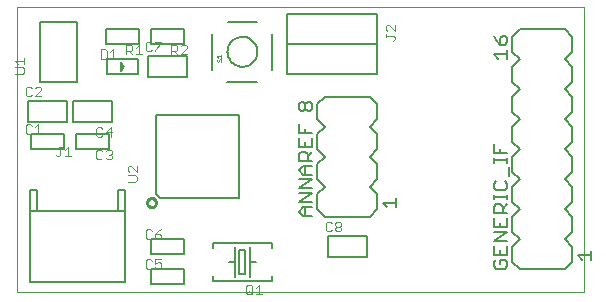
<source format=gto>
G75*
%MOIN*%
%OFA0B0*%
%FSLAX24Y24*%
%IPPOS*%
%LPD*%
%AMOC8*
5,1,8,0,0,1.08239X$1,22.5*
%
%ADD10C,0.0000*%
%ADD11C,0.0080*%
%ADD12C,0.0010*%
%ADD13C,0.0050*%
%ADD14C,0.0040*%
%ADD15C,0.0060*%
%ADD16C,0.0100*%
D10*
X000317Y000317D02*
X000317Y009813D01*
X019187Y009813D01*
X019187Y000317D01*
X000317Y000317D01*
D11*
X007317Y007317D02*
X008305Y007317D01*
X008817Y007710D02*
X008817Y008923D01*
X008305Y009317D02*
X007328Y009317D01*
X006817Y008923D02*
X006817Y007710D01*
X007317Y008317D02*
X007319Y008361D01*
X007325Y008405D01*
X007335Y008448D01*
X007348Y008490D01*
X007365Y008531D01*
X007386Y008570D01*
X007410Y008607D01*
X007437Y008642D01*
X007467Y008674D01*
X007500Y008704D01*
X007536Y008730D01*
X007573Y008754D01*
X007613Y008773D01*
X007654Y008790D01*
X007697Y008802D01*
X007740Y008811D01*
X007784Y008816D01*
X007828Y008817D01*
X007872Y008814D01*
X007916Y008807D01*
X007959Y008796D01*
X008001Y008782D01*
X008041Y008764D01*
X008080Y008742D01*
X008116Y008718D01*
X008150Y008690D01*
X008182Y008659D01*
X008211Y008625D01*
X008237Y008589D01*
X008259Y008551D01*
X008278Y008511D01*
X008293Y008469D01*
X008305Y008427D01*
X008313Y008383D01*
X008317Y008339D01*
X008317Y008295D01*
X008313Y008251D01*
X008305Y008207D01*
X008293Y008165D01*
X008278Y008123D01*
X008259Y008083D01*
X008237Y008045D01*
X008211Y008009D01*
X008182Y007975D01*
X008150Y007944D01*
X008116Y007916D01*
X008080Y007892D01*
X008041Y007870D01*
X008001Y007852D01*
X007959Y007838D01*
X007916Y007827D01*
X007872Y007820D01*
X007828Y007817D01*
X007784Y007818D01*
X007740Y007823D01*
X007697Y007832D01*
X007654Y007844D01*
X007613Y007861D01*
X007573Y007880D01*
X007536Y007904D01*
X007500Y007930D01*
X007467Y007960D01*
X007437Y007992D01*
X007410Y008027D01*
X007386Y008064D01*
X007365Y008103D01*
X007348Y008144D01*
X007335Y008186D01*
X007325Y008229D01*
X007319Y008273D01*
X007317Y008317D01*
D12*
X007112Y008219D02*
X007112Y008119D01*
X007112Y008169D02*
X006962Y008169D01*
X007012Y008119D01*
X006987Y008072D02*
X006962Y008047D01*
X006962Y007997D01*
X006987Y007972D01*
X007012Y007972D01*
X007037Y007997D01*
X007037Y008047D01*
X007062Y008072D01*
X007087Y008072D01*
X007112Y008047D01*
X007112Y007997D01*
X007087Y007972D01*
D13*
X005967Y008167D02*
X005967Y007467D01*
X004667Y007467D01*
X004667Y008167D01*
X005967Y008167D01*
X005867Y008567D02*
X005867Y009067D01*
X004767Y009067D01*
X004767Y008567D01*
X005867Y008567D01*
X004367Y008567D02*
X004367Y009067D01*
X003267Y009067D01*
X003267Y008567D01*
X004367Y008567D01*
X004342Y008067D02*
X004342Y007567D01*
X003292Y007567D01*
X003292Y008067D01*
X004342Y008067D01*
X003867Y007817D02*
X003817Y007892D01*
X003817Y007742D01*
X003867Y007817D01*
X003817Y007892D02*
X003767Y007967D01*
X003767Y007667D01*
X003817Y007742D01*
X003792Y007717D02*
X003792Y007917D01*
X002317Y007317D02*
X001067Y007317D01*
X001067Y009317D01*
X002317Y009317D01*
X002317Y007317D01*
X002167Y006667D02*
X003467Y006667D01*
X003467Y005967D01*
X002167Y005967D01*
X002167Y006667D01*
X001967Y006667D02*
X000667Y006667D01*
X000667Y005967D01*
X001967Y005967D01*
X001967Y006667D01*
X001867Y005567D02*
X000767Y005567D01*
X000767Y005067D01*
X001867Y005067D01*
X001867Y005567D01*
X002267Y005567D02*
X003367Y005567D01*
X003367Y005067D01*
X002267Y005067D01*
X002267Y005567D01*
X000978Y003717D02*
X000742Y003717D01*
X000742Y002998D01*
X000742Y000636D01*
X003891Y000636D01*
X003891Y002998D01*
X003891Y003706D01*
X003655Y003706D01*
X003655Y002998D01*
X003891Y002998D01*
X003655Y002998D02*
X000978Y002998D01*
X000978Y003717D01*
X000978Y002998D02*
X000742Y002998D01*
X004767Y002067D02*
X004767Y001567D01*
X005867Y001567D01*
X005867Y002067D01*
X004767Y002067D01*
X004767Y001067D02*
X004767Y000567D01*
X005867Y000567D01*
X005867Y001067D01*
X004767Y001067D01*
X006832Y000844D02*
X006832Y000687D01*
X008801Y000687D01*
X008801Y000844D01*
X008267Y001317D02*
X008067Y001317D01*
X008067Y001817D01*
X007917Y001717D02*
X007717Y001717D01*
X007717Y000917D01*
X007917Y000917D01*
X007917Y001717D01*
X007567Y001817D02*
X007567Y001317D01*
X007367Y001317D01*
X007567Y001317D02*
X007567Y000817D01*
X008067Y000817D02*
X008067Y001317D01*
X008801Y001789D02*
X008801Y001947D01*
X006832Y001947D01*
X006832Y001789D01*
X009691Y002992D02*
X009841Y002842D01*
X010142Y002842D01*
X009916Y002842D02*
X009916Y003142D01*
X009841Y003142D02*
X009691Y002992D01*
X009841Y003142D02*
X010142Y003142D01*
X010142Y003302D02*
X009691Y003302D01*
X010142Y003602D01*
X009691Y003602D01*
X009691Y003762D02*
X010142Y004063D01*
X009691Y004063D01*
X009841Y004223D02*
X009691Y004373D01*
X009841Y004523D01*
X010142Y004523D01*
X009916Y004523D02*
X009916Y004223D01*
X009841Y004223D02*
X010142Y004223D01*
X010142Y004683D02*
X009691Y004683D01*
X009691Y004908D01*
X009766Y004983D01*
X009916Y004983D01*
X009992Y004908D01*
X009992Y004683D01*
X009992Y004833D02*
X010142Y004983D01*
X010142Y005144D02*
X009691Y005144D01*
X009691Y005444D01*
X009691Y005604D02*
X009691Y005904D01*
X009916Y005754D02*
X009916Y005604D01*
X009691Y005604D02*
X010142Y005604D01*
X010142Y005444D02*
X010142Y005144D01*
X009916Y005144D02*
X009916Y005294D01*
X009841Y006342D02*
X009766Y006342D01*
X009691Y006417D01*
X009691Y006567D01*
X009766Y006642D01*
X009841Y006642D01*
X009916Y006567D01*
X009916Y006417D01*
X009841Y006342D01*
X009916Y006417D02*
X009992Y006342D01*
X010067Y006342D01*
X010142Y006417D01*
X010142Y006567D01*
X010067Y006642D01*
X009992Y006642D01*
X009916Y006567D01*
X009317Y007567D02*
X009317Y008567D01*
X012317Y008567D01*
X012317Y007567D01*
X009317Y007567D01*
X009317Y008567D02*
X009317Y009567D01*
X012317Y009567D01*
X012317Y008567D01*
X016191Y008852D02*
X016266Y008702D01*
X016416Y008552D01*
X016416Y008777D01*
X016492Y008852D01*
X016567Y008852D01*
X016642Y008777D01*
X016642Y008627D01*
X016567Y008552D01*
X016416Y008552D01*
X016642Y008392D02*
X016642Y008092D01*
X016642Y008242D02*
X016191Y008242D01*
X016341Y008092D01*
X016191Y005229D02*
X016191Y004928D01*
X016642Y004928D01*
X016416Y004928D02*
X016416Y005078D01*
X016191Y004771D02*
X016191Y004621D01*
X016191Y004696D02*
X016642Y004696D01*
X016642Y004621D02*
X016642Y004771D01*
X016717Y004461D02*
X016717Y004161D01*
X016567Y004001D02*
X016642Y003926D01*
X016642Y003776D01*
X016567Y003701D01*
X016266Y003701D01*
X016191Y003776D01*
X016191Y003926D01*
X016266Y004001D01*
X016191Y003544D02*
X016191Y003394D01*
X016191Y003469D02*
X016642Y003469D01*
X016642Y003394D02*
X016642Y003544D01*
X016642Y003233D02*
X016492Y003083D01*
X016492Y003158D02*
X016492Y002933D01*
X016642Y002933D02*
X016191Y002933D01*
X016191Y003158D01*
X016266Y003233D01*
X016416Y003233D01*
X016492Y003158D01*
X016642Y002773D02*
X016642Y002473D01*
X016191Y002473D01*
X016191Y002773D01*
X016416Y002623D02*
X016416Y002473D01*
X016642Y002313D02*
X016191Y002313D01*
X016191Y002012D02*
X016642Y002313D01*
X016642Y002012D02*
X016191Y002012D01*
X016191Y001852D02*
X016191Y001552D01*
X016642Y001552D01*
X016642Y001852D01*
X016416Y001702D02*
X016416Y001552D01*
X016416Y001392D02*
X016416Y001242D01*
X016416Y001392D02*
X016567Y001392D01*
X016642Y001317D01*
X016642Y001167D01*
X016567Y001092D01*
X016266Y001092D01*
X016191Y001167D01*
X016191Y001317D01*
X016266Y001392D01*
X018991Y001542D02*
X019141Y001392D01*
X018991Y001542D02*
X019442Y001542D01*
X019442Y001392D02*
X019442Y001692D01*
X012942Y003142D02*
X012942Y003442D01*
X012942Y003292D02*
X012491Y003292D01*
X012641Y003142D01*
X011967Y002167D02*
X010667Y002167D01*
X010667Y001467D01*
X011967Y001467D01*
X011967Y002167D01*
X010142Y003762D02*
X009691Y003762D01*
D14*
X010638Y002647D02*
X010587Y002595D01*
X010587Y002388D01*
X010638Y002337D01*
X010742Y002337D01*
X010794Y002388D01*
X010909Y002388D02*
X010909Y002440D01*
X010961Y002492D01*
X011064Y002492D01*
X011116Y002440D01*
X011116Y002388D01*
X011064Y002337D01*
X010961Y002337D01*
X010909Y002388D01*
X010961Y002492D02*
X010909Y002544D01*
X010909Y002595D01*
X010961Y002647D01*
X011064Y002647D01*
X011116Y002595D01*
X011116Y002544D01*
X011064Y002492D01*
X010794Y002595D02*
X010742Y002647D01*
X010638Y002647D01*
X008368Y000547D02*
X008368Y000237D01*
X008471Y000237D02*
X008264Y000237D01*
X008149Y000237D02*
X008046Y000340D01*
X008097Y000237D02*
X008149Y000288D01*
X008149Y000495D01*
X008097Y000547D01*
X007994Y000547D01*
X007942Y000495D01*
X007942Y000288D01*
X007994Y000237D01*
X008097Y000237D01*
X008264Y000444D02*
X008368Y000547D01*
X005116Y001138D02*
X005064Y001087D01*
X004961Y001087D01*
X004909Y001138D01*
X004909Y001242D02*
X005012Y001294D01*
X005064Y001294D01*
X005116Y001242D01*
X005116Y001138D01*
X004909Y001242D02*
X004909Y001397D01*
X005116Y001397D01*
X004794Y001345D02*
X004742Y001397D01*
X004638Y001397D01*
X004587Y001345D01*
X004587Y001138D01*
X004638Y001087D01*
X004742Y001087D01*
X004794Y001138D01*
X004742Y002087D02*
X004794Y002138D01*
X004742Y002087D02*
X004638Y002087D01*
X004587Y002138D01*
X004587Y002345D01*
X004638Y002397D01*
X004742Y002397D01*
X004794Y002345D01*
X004909Y002242D02*
X005064Y002242D01*
X005116Y002190D01*
X005116Y002138D01*
X005064Y002087D01*
X004961Y002087D01*
X004909Y002138D01*
X004909Y002242D01*
X005012Y002345D01*
X005116Y002397D01*
X004245Y003987D02*
X003986Y003987D01*
X004245Y003987D02*
X004297Y004038D01*
X004297Y004142D01*
X004245Y004194D01*
X003986Y004194D01*
X004038Y004309D02*
X003986Y004361D01*
X003986Y004464D01*
X004038Y004516D01*
X004090Y004516D01*
X004297Y004309D01*
X004297Y004516D01*
X003471Y004788D02*
X003420Y004737D01*
X003316Y004737D01*
X003264Y004788D01*
X003149Y004788D02*
X003097Y004737D01*
X002994Y004737D01*
X002942Y004788D01*
X002942Y004995D01*
X002994Y005047D01*
X003097Y005047D01*
X003149Y004995D01*
X003264Y004995D02*
X003316Y005047D01*
X003420Y005047D01*
X003471Y004995D01*
X003471Y004944D01*
X003420Y004892D01*
X003471Y004840D01*
X003471Y004788D01*
X003420Y004892D02*
X003368Y004892D01*
X003420Y005487D02*
X003420Y005797D01*
X003264Y005642D01*
X003471Y005642D01*
X003149Y005745D02*
X003097Y005797D01*
X002994Y005797D01*
X002942Y005745D01*
X002942Y005538D01*
X002994Y005487D01*
X003097Y005487D01*
X003149Y005538D01*
X002012Y005147D02*
X002012Y004837D01*
X001909Y004837D02*
X002116Y004837D01*
X001909Y005044D02*
X002012Y005147D01*
X001794Y005147D02*
X001690Y005147D01*
X001742Y005147D02*
X001742Y004888D01*
X001690Y004837D01*
X001638Y004837D01*
X001587Y004888D01*
X001116Y005587D02*
X000909Y005587D01*
X001012Y005587D02*
X001012Y005897D01*
X000909Y005794D01*
X000794Y005845D02*
X000742Y005897D01*
X000638Y005897D01*
X000587Y005845D01*
X000587Y005638D01*
X000638Y005587D01*
X000742Y005587D01*
X000794Y005638D01*
X000742Y006837D02*
X000794Y006888D01*
X000742Y006837D02*
X000638Y006837D01*
X000587Y006888D01*
X000587Y007095D01*
X000638Y007147D01*
X000742Y007147D01*
X000794Y007095D01*
X000909Y007095D02*
X000961Y007147D01*
X001064Y007147D01*
X001116Y007095D01*
X001116Y007044D01*
X000909Y006837D01*
X001116Y006837D01*
X000495Y007587D02*
X000236Y007587D01*
X000495Y007587D02*
X000547Y007638D01*
X000547Y007742D01*
X000495Y007794D01*
X000236Y007794D01*
X000340Y007909D02*
X000236Y008012D01*
X000547Y008012D01*
X000547Y007909D02*
X000547Y008116D01*
X003087Y008087D02*
X003242Y008087D01*
X003294Y008138D01*
X003294Y008345D01*
X003242Y008397D01*
X003087Y008397D01*
X003087Y008087D01*
X003409Y008087D02*
X003616Y008087D01*
X003512Y008087D02*
X003512Y008397D01*
X003409Y008294D01*
X003942Y008340D02*
X004097Y008340D01*
X004149Y008392D01*
X004149Y008495D01*
X004097Y008547D01*
X003942Y008547D01*
X003942Y008237D01*
X004046Y008340D02*
X004149Y008237D01*
X004264Y008237D02*
X004471Y008237D01*
X004368Y008237D02*
X004368Y008547D01*
X004264Y008444D01*
X004587Y008388D02*
X004587Y008595D01*
X004638Y008647D01*
X004742Y008647D01*
X004794Y008595D01*
X004909Y008647D02*
X005116Y008647D01*
X005116Y008595D01*
X004909Y008388D01*
X004909Y008337D01*
X004794Y008388D02*
X004742Y008337D01*
X004638Y008337D01*
X004587Y008388D01*
X005442Y008340D02*
X005597Y008340D01*
X005649Y008392D01*
X005649Y008495D01*
X005597Y008547D01*
X005442Y008547D01*
X005442Y008237D01*
X005546Y008340D02*
X005649Y008237D01*
X005764Y008237D02*
X005971Y008444D01*
X005971Y008495D01*
X005920Y008547D01*
X005816Y008547D01*
X005764Y008495D01*
X005764Y008237D02*
X005971Y008237D01*
X012586Y008796D02*
X012586Y008899D01*
X012586Y008847D02*
X012845Y008847D01*
X012897Y008796D01*
X012897Y008744D01*
X012845Y008692D01*
X012897Y009014D02*
X012690Y009221D01*
X012638Y009221D01*
X012586Y009170D01*
X012586Y009066D01*
X012638Y009014D01*
X012897Y009014D02*
X012897Y009221D01*
D15*
X012067Y006817D02*
X010567Y006817D01*
X010317Y006567D01*
X010317Y006067D01*
X010567Y005817D01*
X010317Y005567D01*
X010317Y005067D01*
X010567Y004817D01*
X010317Y004567D01*
X010317Y004067D01*
X010567Y003817D01*
X010317Y003567D01*
X010317Y003067D01*
X010567Y002817D01*
X012067Y002817D01*
X012317Y003067D01*
X012317Y003567D01*
X012067Y003817D01*
X012317Y004067D01*
X012317Y004567D01*
X012067Y004817D01*
X012317Y005067D01*
X012317Y005567D01*
X012067Y005817D01*
X012317Y006067D01*
X012317Y006567D01*
X012067Y006817D01*
X007697Y006197D02*
X007697Y003437D01*
X005077Y003437D01*
X004937Y003577D01*
X004937Y006197D01*
X007697Y006197D01*
X016817Y006317D02*
X016817Y006817D01*
X017067Y007067D01*
X016817Y007317D01*
X016817Y007817D01*
X017067Y008067D01*
X016817Y008317D01*
X016817Y008817D01*
X017067Y009067D01*
X018567Y009067D01*
X018817Y008817D01*
X018817Y008317D01*
X018567Y008067D01*
X018817Y007817D01*
X018817Y007317D01*
X018567Y007067D01*
X018817Y006817D01*
X018817Y006317D01*
X018567Y006067D01*
X018817Y005817D01*
X018817Y005317D01*
X018567Y005067D01*
X018817Y004817D01*
X018817Y004317D01*
X018567Y004067D01*
X018817Y003817D01*
X018817Y003317D01*
X018567Y003067D01*
X018817Y002817D01*
X018817Y002317D01*
X018567Y002067D01*
X018817Y001817D01*
X018817Y001317D01*
X018567Y001067D01*
X017067Y001067D01*
X016817Y001317D01*
X016817Y001817D01*
X017067Y002067D01*
X016817Y002317D01*
X016817Y002817D01*
X017067Y003067D01*
X016817Y003317D01*
X016817Y003817D01*
X017067Y004067D01*
X016817Y004317D01*
X016817Y004817D01*
X017067Y005067D01*
X016817Y005317D01*
X016817Y005817D01*
X017067Y006067D01*
X016817Y006317D01*
D16*
X004637Y003287D02*
X004639Y003311D01*
X004645Y003335D01*
X004654Y003357D01*
X004667Y003377D01*
X004683Y003395D01*
X004702Y003410D01*
X004723Y003423D01*
X004745Y003431D01*
X004769Y003436D01*
X004793Y003437D01*
X004817Y003434D01*
X004840Y003427D01*
X004862Y003417D01*
X004882Y003403D01*
X004899Y003386D01*
X004914Y003367D01*
X004925Y003346D01*
X004933Y003323D01*
X004937Y003299D01*
X004937Y003275D01*
X004933Y003251D01*
X004925Y003228D01*
X004914Y003207D01*
X004899Y003188D01*
X004882Y003171D01*
X004862Y003157D01*
X004840Y003147D01*
X004817Y003140D01*
X004793Y003137D01*
X004769Y003138D01*
X004745Y003143D01*
X004723Y003151D01*
X004702Y003164D01*
X004683Y003179D01*
X004667Y003197D01*
X004654Y003217D01*
X004645Y003239D01*
X004639Y003263D01*
X004637Y003287D01*
M02*

</source>
